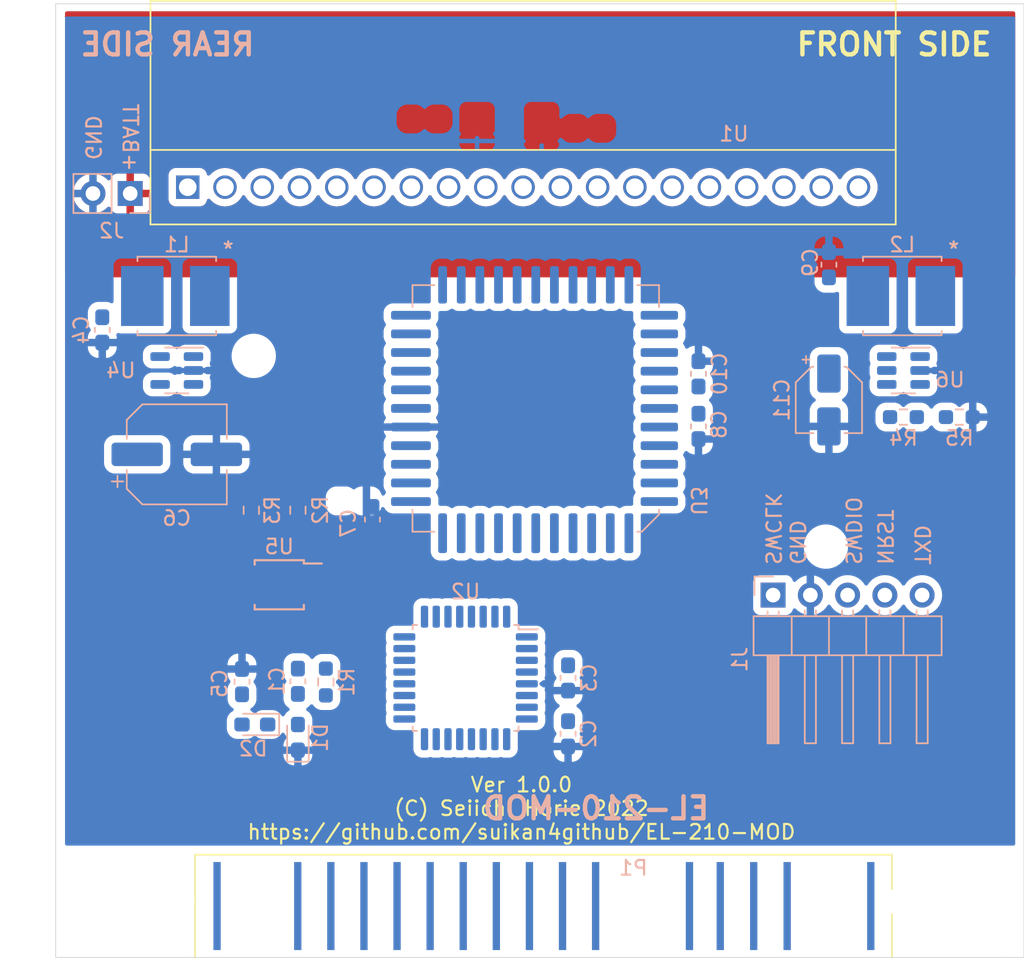
<source format=kicad_pcb>
(kicad_pcb (version 20211014) (generator pcbnew)
  (layers (0 "F.Cu" signal) (31 "B.Cu" signal) (34 "B.Paste" user) (35 "F.Paste" user) (36 "B.SilkS" user "B.Silkscreen") (37 "F.SilkS" user "F.Silkscreen") (38 "B.Mask" user) (39 "F.Mask" user) (44 "Edge.Cuts" user))
  (net 0 "")
  (net 1 "GND")
  (net 3 "/H1")
  (net 4 "/SEG_A")
  (net 5 "Net-(U1-Pad3)")
  (net 6 "Net-(U1-Pad4)")
  (net 7 "Net-(U1-Pad5)")
  (net 8 "Net-(U1-Pad6)")
  (net 9 "Net-(U1-Pad7)")
  (net 10 "Net-(U1-Pad8)")
  (net 11 "Net-(U1-Pad9)")
  (net 12 "Net-(U1-Pad10)")
  (net 13 "Net-(U1-Pad11)")
  (net 14 "Net-(U1-Pad12)")
  (net 15 "Net-(U1-Pad13)")
  (net 16 "Net-(U1-Pad14)")
  (net 17 "Net-(U1-Pad15)")
  (net 18 "Net-(U1-Pad16)")
  (net 19 "Net-(U1-Pad17)")
  (net 20 "Net-(U1-Pad18)")
  (net 21 "/H2")
  (net 22 "+24V")
  (net 39 "-2V5")
  (net 41 "/BLANK")
  (net 42 "/SPI1_SCK")
  (net 43 "/LOAD")
  (net 46 "/SPI1_MOSI")
  (net 47 "Net-(L1-Pad1)")
  (net 51 "+3V3")
  (net 52 "/NRST")
  (net 53 "/TIM1_CH1N")
  (net 54 "/TIM1_CH1")
  (net 55 "/SWDIO")
  (net 56 "/SWCLK")
  (net 57 "/LPUART2_TX")
  (net 60 "/EN24V")
  (net 62 "/KEY1")
  (net 63 "/KEY2")
  (net 64 "/KEY3")
  (net 65 "/KD8")
  (net 66 "/KD7")
  (net 67 "/KD6")
  (net 68 "/KD5")
  (net 69 "/KD4")
  (net 70 "/KD3")
  (net 71 "/KD2")
  (net 72 "/KD1")
  (net 73 "/KD0")
  (net 75 "Net-(L2-Pad1)")
  (net 76 "Net-(R4-Pad2)")
  (net 77 "+BATT")
  (net 78 "Net-(C1-Pad1)")
  (net 79 "Net-(C1-Pad2)")
  (net 80 "/TIM2_CH1")
  (net 81 "Net-(R2-Pad2)")
  (net 82 "Net-(R3-Pad1)")
  (footprint "EL-210-KEY:EL-210-KEY" (layer "F.Cu") (at 130 138)
    (fp_text reference "P1" (at 28.37 -6.096) (layer "B.SilkS") (effects (justify mirror)))
    (fp_text value "EL-210-KEY")
    (fp_line (start -1.5 0) (end -1.5 -7) (layer "F.SilkS") (width 0.12))
    (fp_line (start 46 -7) (end 46 0) (layer "F.SilkS") (width 0.12))
    (fp_line (start -1.5 -7) (end 45.5 -7) (layer "F.SilkS") (width 0.12))
    (fp_line (start 45.5 -7) (end 46 -7) (layer "F.SilkS") (width 0.12))
    (pad "1" smd rect locked (at 0 -3.5) (size 0.5 6) (layers "B.Cu" "B.Paste" "B.Mask") (net 1 "GND"))
    (pad "2" smd rect locked (at 5.5 -3.5) (size 0.5 6) (layers "B.Cu" "B.Paste" "B.Mask") (net 62 "/KEY1"))
    (pad "3" smd rect locked (at 7.756 -3.5) (size 0.5 6) (layers "B.Cu" "B.Paste" "B.Mask") (net 63 "/KEY2"))
    (pad "4" smd rect locked (at 10.012 -3.5) (size 0.5 6) (layers "B.Cu" "B.Paste" "B.Mask") (net 64 "/KEY3"))
    (pad "5" smd rect locked (at 12.268 -3.5) (size 0.5 6) (layers "B.Cu" "B.Paste" "B.Mask") (net 65 "/KD8"))
    (pad "6" smd rect locked (at 14.524 -3.5) (size 0.5 6) (layers "B.Cu" "B.Paste" "B.Mask") (net 66 "/KD7"))
    (pad "7" smd rect locked (at 16.78 -3.5) (size 0.5 6) (layers "B.Cu" "B.Paste" "B.Mask") (net 67 "/KD6"))
    (pad "8" smd rect locked (at 19.036 -3.5) (size 0.5 6) (layers "B.Cu" "B.Paste" "B.Mask") (net 68 "/KD5"))
    (pad "9" smd rect locked (at 21.292 -3.5) (size 0.5 6) (layers "B.Cu" "B.Paste" "B.Mask") (net 69 "/KD4"))
    (pad "10" smd rect locked (at 23.548 -3.5) (size 0.5 6) (layers "B.Cu" "B.Paste" "B.Mask") (net 70 "/KD3"))
    (pad "11" smd rect locked (at 25.804 -3.5) (size 0.5 6) (layers "B.Cu" "B.Paste" "B.Mask") (net 71 "/KD2"))
    (pad "12" smd rect locked (at 32.2 -3.5) (size 0.5 6) (layers "B.Cu" "B.Paste" "B.Mask"))
    (pad "13" smd rect locked (at 34.3 -3.5) (size 0.5 6) (layers "B.Cu" "B.Paste" "B.Mask") (net 72 "/KD1"))
    (pad "14" smd rect locked (at 36.58 -3.5) (size 0.5 6) (layers "B.Cu" "B.Paste" "B.Mask") (net 73 "/KD0"))
    (pad "15" smd rect locked (at 38.86 -3.5) (size 0.5 6) (layers "B.Cu" "B.Paste" "B.Mask") (net 1 "GND"))
    (pad "16" smd rect locked (at 44.56 -3.5) (size 0.5 6) (layers "B.Cu" "B.Paste" "B.Mask") (net 1 "GND"))
  )
  (footprint "9-ST-20:9-ST-20" (layer "F.Cu") (at 128 85.5)
    (fp_text reference "U1" (at 37.228 -3.634) (layer "B.SilkS") (effects (justify mirror)))
    (fp_text value "9-ST-20")
    (fp_line (start 48.26 -2.54) (end 48.26 2.54) (layer "F.SilkS") (width 0.12))
    (fp_line (start -2.54 2.54) (end -2.54 -2.54) (layer "F.SilkS") (width 0.12))
    (fp_line (start -2.54 -2.54) (end 48.26 -2.54) (layer "F.SilkS") (width 0.12))
    (fp_line (start 48.26 2.54) (end -2.54 2.54) (layer "F.SilkS") (width 0.12))
    (fp_line (start -2.54 -12.7) (end 48.26 -12.7) (layer "F.SilkS") (width 0.12))
    (fp_line (start 48.26 -12.7) (end 48.26 -2.54) (layer "F.SilkS") (width 0.12))
    (fp_line (start -2.54 -2.54) (end -2.54 -12.7) (layer "F.SilkS") (width 0.12))
    (pad "1" thru_hole rect locked (at 0 0) (size 1.6 1.6) (drill 1.2) (layers *.Cu *.Mask) (net 3 "/H1"))
    (pad "2" thru_hole circle locked (at 2.54 0) (size 1.6 1.6) (drill 1.2) (layers *.Cu *.Mask) (net 4 "/SEG_A"))
    (pad "3" thru_hole circle locked (at 5.08 0) (size 1.6 1.6) (drill 1.2) (layers *.Cu *.Mask) (net 5 "Net-(U1-Pad3)"))
    (pad "4" thru_hole circle locked (at 7.62 0) (size 1.6 1.6) (drill 1.2) (layers *.Cu *.Mask) (net 6 "Net-(U1-Pad4)"))
    (pad "5" thru_hole circle locked (at 10.16 0) (size 1.6 1.6) (drill 1.2) (layers *.Cu *.Mask) (net 7 "Net-(U1-Pad5)"))
    (pad "6" thru_hole circle locked (at 12.7 0) (size 1.6 1.6) (drill 1.2) (layers *.Cu *.Mask) (net 8 "Net-(U1-Pad6)"))
    (pad "7" thru_hole circle locked (at 15.24 0) (size 1.6 1.6) (drill 1.2) (layers *.Cu *.Mask) (net 9 "Net-(U1-Pad7)"))
    (pad "8" thru_hole circle locked (at 17.78 0) (size 1.6 1.6) (drill 1.2) (layers *.Cu *.Mask) (net 10 "Net-(U1-Pad8)"))
    (pad "9" thru_hole circle locked (at 20.32 0) (size 1.6 1.6) (drill 1.2) (layers *.Cu *.Mask) (net 11 "Net-(U1-Pad9)"))
    (pad "10" thru_hole circle locked (at 22.86 0) (size 1.6 1.6) (drill 1.2) (layers *.Cu *.Mask) (net 12 "Net-(U1-Pad10)"))
    (pad "11" thru_hole circle locked (at 25.4 0) (size 1.6 1.6) (drill 1.2) (layers *.Cu *.Mask) (net 13 "Net-(U1-Pad11)"))
    (pad "12" thru_hole circle locked (at 27.94 0) (size 1.6 1.6) (drill 1.2) (layers *.Cu *.Mask) (net 14 "Net-(U1-Pad12)"))
    (pad "13" thru_hole circle locked (at 30.48 0) (size 1.6 1.6) (drill 1.2) (layers *.Cu *.Mask) (net 15 "Net-(U1-Pad13)"))
    (pad "14" thru_hole circle locked (at 33.02 0) (size 1.6 1.6) (drill 1.2) (layers *.Cu *.Mask) (net 16 "Net-(U1-Pad14)"))
    (pad "15" thru_hole circle locked (at 35.56 0) (size 1.6 1.6) (drill 1.2) (layers *.Cu *.Mask) (net 17 "Net-(U1-Pad15)"))
    (pad "16" thru_hole circle locked (at 38.1 0) (size 1.6 1.6) (drill 1.2) (layers *.Cu *.Mask) (net 18 "Net-(U1-Pad16)"))
    (pad "17" thru_hole circle locked (at 40.64 0) (size 1.6 1.6) (drill 1.2) (layers *.Cu *.Mask) (net 19 "Net-(U1-Pad17)"))
    (pad "18" thru_hole circle locked (at 43.18 0) (size 1.6 1.6) (drill 1.2) (layers *.Cu *.Mask) (net 20 "Net-(U1-Pad18)"))
    (pad "19" thru_hole circle locked (at 45.72 0) (size 1.6 1.6) (drill 1.2) (layers *.Cu *.Mask) (net 21 "/H2"))
  )
  (footprint "hole:hole_2.8mm" (layer "F.Cu") (at 171.5 134.2)
    (fp_text reference "REF**" hide)
    (fp_text value "hole_2.8mm")
    (pad "" np_thru_hole circle locked (at 0 0) (size 2.8 2.8) (drill 2.8) (layers *.Cu *.Mask))
  )
  (footprint "hole:hole_2.8mm" (layer "F.Cu") (at 158.5 134.2)
    (fp_text reference "REF**" hide)
    (fp_text value "hole_2.8mm")
    (pad "" np_thru_hole circle locked (at 0 0) (size 2.8 2.8) (drill 2.8) (layers *.Cu *.Mask))
  )
  (footprint "hole:hole_2.0mm" (layer "F.Cu") (at 171.5 110)
    (fp_text reference "REF**" hide)
    (fp_text value "hole_2.0mm")
    (pad "" np_thru_hole circle locked (at 0 0) (size 2 2) (drill 2) (layers *.Cu *.Mask))
  )
  (footprint "hole:hole_2.0mm" (layer "F.Cu") (at 132.5 97)
    (fp_text reference "REF**" hide)
    (fp_text value "hole_2.0mm")
    (pad "" np_thru_hole circle locked (at 0 0) (size 2 2) (drill 2) (layers *.Cu *.Mask))
  )
  (footprint "hole:hole_1.8mm" (layer "F.Cu") (at 127.5 134.2)
    (fp_text reference "REF**" hide)
    (fp_text value "hole_1.9mm")
    (pad "" np_thru_hole circle locked (at 0 0) (size 1.9 1.9) (drill 1.9) (layers *.Cu *.Mask))
  )
  (footprint "hole:hole_1.8mm" (layer "F.Cu") (at 176.5 134.2)
    (fp_text reference "REF**" hide)
    (fp_text value "hole_1.9mm")
    (pad "" np_thru_hole circle locked (at 0 0) (size 1.9 1.9) (drill 1.9) (layers *.Cu *.Mask))
  )
  (footprint "hole:hole_2.8mm" (layer "F.Cu") (at 132.5 134.2)
    (fp_text reference "REF**" hide)
    (fp_text value "hole_2.8mm")
    (pad "" np_thru_hole circle locked (at 0 0) (size 2.8 2.8) (drill 2.8) (layers *.Cu *.Mask))
  )
  (footprint "Package_TO_SOT_SMD:SOT-23-6" (layer "B.Cu") (at 176.785 97.995 180)
    (fp_text reference "U6" (at -3.175 -0.635) (layer "B.SilkS") (effects (justify mirror)))
    (fp_text value "TLV61046ADB" hide)
    (fp_line (start 0 -1.56) (end 0.8 -1.56) (layer "B.SilkS") (width 0.12))
    (fp_line (start 0 1.56) (end -1.8 1.56) (layer "B.SilkS") (width 0.12))
    (fp_line (start 0 1.56) (end 0.8 1.56) (layer "B.SilkS") (width 0.12))
    (fp_line (start 0 -1.56) (end -0.8 -1.56) (layer "B.SilkS") (width 0.12))
    (pad "1" smd roundrect (at -1.1375 0.95 180) (size 1.325 0.6) (layers "B.Cu" "B.Paste" "B.Mask") (net 75 "Net-(L2-Pad1)"))
    (pad "2" smd roundrect (at -1.1375 0 180) (size 1.325 0.6) (layers "B.Cu" "B.Paste" "B.Mask") (net 1 "GND"))
    (pad "3" smd roundrect (at -1.1375 -0.95 180) (size 1.325 0.6) (layers "B.Cu" "B.Paste" "B.Mask") (net 76 "Net-(R4-Pad2)"))
    (pad "4" smd roundrect (at 1.1375 -0.95 180) (size 1.325 0.6) (layers "B.Cu" "B.Paste" "B.Mask") (net 60 "/EN24V"))
    (pad "5" smd roundrect (at 1.1375 0 180) (size 1.325 0.6) (layers "B.Cu" "B.Paste" "B.Mask") (net 22 "+24V"))
    (pad "6" smd roundrect (at 1.1375 0.95 180) (size 1.325 0.6) (layers "B.Cu" "B.Paste" "B.Mask") (net 77 "+BATT"))
  )
  (footprint "Connector_PinHeader_2.54mm:PinHeader_1x02_P2.54mm_Vertical" (layer "B.Cu") (at 124.08 85.93 90)
    (fp_text reference "J2" (at -2.54 -1.27) (layer "B.SilkS") (effects (justify mirror)))
    (fp_text value "Conn_01x02" hide)
    (fp_line (start -1.33 -3.87) (end 1.33 -3.87) (layer "B.SilkS") (width 0.12))
    (fp_line (start -1.33 0) (end -1.33 1.33) (layer "B.SilkS") (width 0.12))
    (fp_line (start -1.33 1.33) (end 0 1.33) (layer "B.SilkS") (width 0.12))
    (fp_line (start -1.33 -1.27) (end -1.33 -3.87) (layer "B.SilkS") (width 0.12))
    (fp_line (start 1.33 -1.27) (end 1.33 -3.87) (layer "B.SilkS") (width 0.12))
    (fp_line (start -1.33 -1.27) (end 1.33 -1.27) (layer "B.SilkS") (width 0.12))
    (pad "1" thru_hole rect (at 0 0 90) (size 1.7 1.7) (drill 1) (layers *.Cu *.Mask) (net 77 "+BATT"))
    (pad "2" thru_hole oval (at 0 -2.54 90) (size 1.7 1.7) (drill 1) (layers *.Cu *.Mask) (net 1 "GND"))
  )
  (footprint "project_lib:LQH5BPN100M38L" (layer "B.Cu") (at 127.255 92.915 180)
    (fp_text reference "L1" (at 0 3.5) (layer "B.SilkS") (effects (justify mirror)))
    (fp_text value "LQH5BPN4R7N38L" hide)
    (fp_text user "*" (at -3.5 3.175) (layer "B.SilkS") (effects (justify mirror)))
    (fp_line (start -2.6797 -2.6797) (end 2.6797 -2.6797) (layer "B.SilkS") (width 0.12))
    (fp_line (start 2.6797 2.37744) (end 2.6797 2.6797) (layer "B.SilkS") (width 0.12))
    (fp_line (start -2.6797 2.6797) (end -2.6797 2.37744) (layer "B.SilkS") (width 0.12))
    (fp_line (start 2.6797 -2.6797) (end 2.6797 -2.37744) (layer "B.SilkS") (width 0.12))
    (fp_line (start 2.6797 2.6797) (end -2.6797 2.6797) (layer "B.SilkS") (width 0.12))
    (fp_line (start -2.6797 -2.37744) (end -2.6797 -2.6797) (layer "B.SilkS") (width 0.12))
    (pad "1" smd rect (at -2.25085 0 180) (size 2.6983 4.0894) (layers "B.Cu" "B.Paste" "B.Mask") (net 47 "Net-(L1-Pad1)"))
    (pad "2" smd rect (at 2.35085 0 180) (size 2.8983 4.0894) (layers "B.Cu" "B.Paste" "B.Mask") (net 77 "+BATT"))
  )
  (footprint "project_lib:LQH5BPN100M38L" (layer "B.Cu") (at 176.7088 92.915 180)
    (fp_text reference "L2" (at 0 3.5) (layer "B.SilkS") (effects (justify mirror)))
    (fp_text value "LQH5BPN100M38L" hide)
    (fp_text user "*" (at -3.5 3.175) (layer "B.SilkS") (effects (justify mirror)))
    (fp_line (start 2.6797 -2.6797) (end 2.6797 -2.37744) (layer "B.SilkS") (width 0.12))
    (fp_line (start -2.6797 2.6797) (end -2.6797 2.37744) (layer "B.SilkS") (width 0.12))
    (fp_line (start 2.6797 2.6797) (end -2.6797 2.6797) (layer "B.SilkS") (width 0.12))
    (fp_line (start -2.6797 -2.6797) (end 2.6797 -2.6797) (layer "B.SilkS") (width 0.12))
    (fp_line (start 2.6797 2.37744) (end 2.6797 2.6797) (layer "B.SilkS") (width 0.12))
    (fp_line (start -2.6797 -2.37744) (end -2.6797 -2.6797) (layer "B.SilkS") (width 0.12))
    (pad "1" smd rect (at -2.25085 0 180) (size 2.6983 4.0894) (layers "B.Cu" "B.Paste" "B.Mask") (net 75 "Net-(L2-Pad1)"))
    (pad "2" smd rect (at 2.35085 0 180) (size 2.8983 4.0894) (layers "B.Cu" "B.Paste" "B.Mask") (net 77 "+BATT"))
  )
  (footprint "Capacitor_SMD:C_0603_1608Metric_Pad1.08x0.95mm_HandSolder" (layer "B.Cu") (at 153.925 118.95 90)
    (fp_text reference "C3" (at 0 1.43 90) (layer "B.SilkS") (effects (justify mirror)))
    (fp_text value "0.1u" hide)
    (fp_line (start -0.146267 0.51) (end 0.146267 0.51) (layer "B.SilkS") (width 0.12))
    (fp_line (start -0.146267 -0.51) (end 0.146267 -0.51) (layer "B.SilkS") (width 0.12))
    (pad "1" smd roundrect (at -0.8625 0 90) (size 1.075 0.95) (layers "B.Cu" "B.Paste" "B.Mask") (net 1 "GND"))
    (pad "2" smd roundrect (at 0.8625 0 90) (size 1.075 0.95) (layers "B.Cu" "B.Paste" "B.Mask") (net 51 "+3V3"))
  )
  (footprint "Capacitor_SMD:C_0603_1608Metric_Pad1.08x0.95mm_HandSolder" (layer "B.Cu") (at 131.7 119.204 90)
    (fp_text reference "C5" (at -0.127 -1.524 90) (layer "B.SilkS") (effects (justify mirror)))
    (fp_text value "1u" hide)
    (fp_line (start -0.146267 -0.51) (end 0.146267 -0.51) (layer "B.SilkS") (width 0.12))
    (fp_line (start -0.146267 0.51) (end 0.146267 0.51) (layer "B.SilkS") (width 0.12))
    (pad "1" smd roundrect (at -0.8625 0 90) (size 1.075 0.95) (layers "B.Cu" "B.Paste" "B.Mask") (net 39 "-2V5"))
    (pad "2" smd roundrect (at 0.8625 0 90) (size 1.075 0.95) (layers "B.Cu" "B.Paste" "B.Mask") (net 1 "GND"))
  )
  (footprint "Diode_SMD:D_0603_1608Metric_Pad1.05x0.95mm_HandSolder" (layer "B.Cu") (at 135.51 123 90)
    (fp_text reference "D1" (at -0.014 1.524 90) (layer "B.SilkS") (effects (justify mirror)))
    (fp_text value "D_Schottky" hide)
    (fp_line (start -1.66 0.735) (end -1.66 -0.735) (layer "B.SilkS") (width 0.12))
    (fp_line (start 0.8 0.735) (end -1.66 0.735) (layer "B.SilkS") (width 0.12))
    (fp_line (start -1.66 -0.735) (end 0.8 -0.735) (layer "B.SilkS") (width 0.12))
    (pad "1" smd roundrect (at -0.875 0 90) (size 1.05 0.95) (layers "B.Cu" "B.Paste" "B.Mask") (net 1 "GND"))
    (pad "2" smd roundrect (at 0.875 0 90) (size 1.05 0.95) (layers "B.Cu" "B.Paste" "B.Mask") (net 79 "Net-(C1-Pad2)"))
  )
  (footprint "Capacitor_SMD:C_0603_1608Metric_Pad1.08x0.95mm_HandSolder" (layer "B.Cu") (at 162.815 101.805 -90)
    (fp_text reference "C8" (at -0.127 -1.397 90) (layer "B.SilkS") (effects (justify mirror)))
    (fp_text value "0.1u" hide)
    (fp_line (start -0.146267 0.51) (end 0.146267 0.51) (layer "B.SilkS") (width 0.12))
    (fp_line (start -0.146267 -0.51) (end 0.146267 -0.51) (layer "B.SilkS") (width 0.12))
    (pad "1" smd roundrect (at -0.8625 0 270) (size 1.075 0.95) (layers "B.Cu" "B.Paste" "B.Mask") (net 22 "+24V"))
    (pad "2" smd roundrect (at 0.8625 0 270) (size 1.075 0.95) (layers "B.Cu" "B.Paste" "B.Mask") (net 1 "GND"))
  )
  (footprint "Diode_SMD:D_0603_1608Metric_Pad1.05x0.95mm_HandSolder" (layer "B.Cu") (at 132.575 122.125 180)
    (fp_text reference "D2" (at 0.113 -1.651) (layer "B.SilkS") (effects (justify mirror)))
    (fp_text value "D_Schottky" hide)
    (fp_line (start -1.66 0.735) (end -1.66 -0.735) (layer "B.SilkS") (width 0.12))
    (fp_line (start -1.66 -0.735) (end 0.8 -0.735) (layer "B.SilkS") (width 0.12))
    (fp_line (start 0.8 0.735) (end -1.66 0.735) (layer "B.SilkS") (width 0.12))
    (pad "1" smd roundrect (at -0.875 0 180) (size 1.05 0.95) (layers "B.Cu" "B.Paste" "B.Mask") (net 79 "Net-(C1-Pad2)"))
    (pad "2" smd roundrect (at 0.875 0 180) (size 1.05 0.95) (layers "B.Cu" "B.Paste" "B.Mask") (net 39 "-2V5"))
  )
  (footprint "Connector_PinHeader_2.54mm:PinHeader_1x05_P2.54mm_Horizontal" (layer "B.Cu") (at 167.9 113.305 -90)
    (fp_text reference "J1" (at 4.385 2.27 90) (layer "B.SilkS") (effects (justify mirror)))
    (fp_text value "Conn_01x05" hide)
    (fp_line (start 10.1 -0.38) (end 4.1 -0.38) (layer "B.SilkS") (width 0.12))
    (fp_line (start 1.44 -11.49) (end 4.1 -11.49) (layer "B.SilkS") (width 0.12))
    (fp_line (start 4.1 -0.04) (end 10.1 -0.04) (layer "B.SilkS") (width 0.12))
    (fp_line (start 10.1 -7.24) (end 10.1 -8) (layer "B.SilkS") (width 0.12))
    (fp_line (start 1.042929 -8) (end 1.44 -8) (layer "B.SilkS") (width 0.12))
    (fp_line (start 10.1 -8) (end 4.1 -8) (layer "B.SilkS") (width 0.12))
    (fp_line (start 1.042929 -2.92) (end 1.44 -2.92) (layer "B.SilkS") (width 0.12))
    (fp_line (start 1.44 -6.35) (end 4.1 -6.35) (layer "B.SilkS") (width 0.12))
    (fp_line (start 4.1 0.08) (end 10.1 0.08) (layer "B.SilkS") (width 0.12))
    (fp_line (start 4.1 -9.78) (end 10.1 -9.78) (layer "B.SilkS") (width 0.12))
    (fp_line (start 1.042929 -7.24) (end 1.44 -7.24) (layer "B.SilkS") (width 0.12))
    (fp_line (start 1.042929 -10.54) (end 1.44 -10.54) (layer "B.SilkS") (width 0.12))
    (fp_line (start 4.1 -4.7) (end 10.1 -4.7) (layer "B.SilkS") (width 0.12))
    (fp_line (start 4.1 0.38) (end 10.1 0.38) (layer "B.SilkS") (width 0.12))
    (fp_line (start -1.27 1.27) (end 0 1.27) (layer "B.SilkS") (width 0.12))
    (fp_line (start 4.1 -2.16) (end 10.1 -2.16) (layer "B.SilkS") (width 0.12))
    (fp_line (start -1.27 0) (end -1.27 1.27) (layer "B.SilkS") (width 0.12))
    (fp_line (start 10.1 -2.92) (end 4.1 -2.92) (layer "B.SilkS") (width 0.12))
    (fp_line (start 1.44 1.33) (end 1.44 -11.49) (layer "B.SilkS") (width 0.12))
    (fp_line (start 1.042929 -2.16) (end 1.44 -2.16) (layer "B.SilkS") (width 0.12))
    (fp_line (start 4.1 -0.16) (end 10.1 -0.16) (layer "B.SilkS") (width 0.12))
    (fp_line (start 4.1 0.32) (end 10.1 0.32) (layer "B.SilkS") (width 0.12))
    (fp_line (start 1.042929 -4.7) (end 1.44 -4.7) (layer "B.SilkS") (width 0.12))
    (fp_line (start 10.1 -4.7) (end 10.1 -5.46) (layer "B.SilkS") (width 0.12))
    (fp_line (start 1.042929 -5.46) (end 1.44 -5.46) (layer "B.SilkS") (width 0.12))
    (fp_line (start 4.1 0.2) (end 10.1 0.2) (layer "B.SilkS") (width 0.12))
    (fp_line (start 4.1 1.33) (end 1.44 1.33) (layer "B.SilkS") (width 0.12))
    (fp_line (start 4.1 -7.24) (end 10.1 -7.24) (layer "B.SilkS") (width 0.12))
    (fp_line (start 10.1 -5.46) (end 4.1 -5.46) (layer "B.SilkS") (width 0.12))
    (fp_line (start 10.1 -10.54) (end 4.1 -10.54) (layer "B.SilkS") (width 0.12))
    (fp_line (start 1.44 -3.81) (end 4.1 -3.81) (layer "B.SilkS") (width 0.12))
    (fp_line (start 1.44 -8.89) (end 4.1 -8.89) (layer "B.SilkS") (width 0.12))
    (fp_line (start 10.1 -9.78) (end 10.1 -10.54) (layer "B.SilkS") (width 0.12))
    (fp_line (start 1.11 -0.38) (end 1.44 -0.38) (layer "B.SilkS") (width 0.12))
    (fp_line (start 1.44 -1.27) (end 4.1 -1.27) (layer "B.SilkS") (width 0.12))
    (fp_line (start 10.1 0.38) (end 10.1 -0.38) (layer "B.SilkS") (width 0.12))
    (fp_line (start 1.11 0.38) (end 1.44 0.38) (layer "B.SilkS") (width 0.12))
    (fp_line (start 4.1 -11.49) (end 4.1 1.33) (layer "B.SilkS") (width 0.12))
    (fp_line (start 1.042929 -9.78) (end 1.44 -9.78) (layer "B.SilkS") (width 0.12))
    (fp_line (start 4.1 -0.28) (end 10.1 -0.28) (layer "B.SilkS") (width 0.12))
    (fp_line (start 10.1 -2.16) (end 10.1 -2.92) (layer "B.SilkS") (width 0.12))
    (pad "1" thru_hole rect (at 0 0 270) (size 1.7 1.7) (drill 1) (layers *.Cu *.Mask) (net 56 "/SWCLK"))
    (pad "2" thru_hole oval (at 0 -2.54 270) (size 1.7 1.7) (drill 1) (layers *.Cu *.Mask) (net 1 "GND"))
    (pad "3" thru_hole oval (at 0 -5.08 270) (size 1.7 1.7) (drill 1) (layers *.Cu *.Mask) (net 55 "/SWDIO"))
    (pad "4" thru_hole oval (at 0 -7.62 270) (size 1.7 1.7) (drill 1) (layers *.Cu *.Mask) (net 52 "/NRST"))
    (pad "5" thru_hole oval (at 0 -10.16 270) (size 1.7 1.7) (drill 1) (layers *.Cu *.Mask) (net 57 "/LPUART2_TX"))
  )
  (footprint "plcc44_hs:PLCC44_handsoldering" (layer "B.Cu") (at 152.02 100.535 90)
    (fp_text reference "U3" (at -6.35 10.795 270 unlocked) (layer "B.SilkS") (effects (justify mirror)))
    (fp_text value "MAX6934AQH+D" hide)
    (fp_line (start -6.954 8.1071) (end -7.271882 8.1071) (layer "B.SilkS") (width 0.12))
    (fp_line (start 6.866 -8.6991) (end 8.3591 -8.6991) (layer "B.SilkS") (width 0.12))
    (fp_line (start -8.4471 6.931882) (end -8.4471 6.614) (layer "B.SilkS") (width 0.12))
    (fp_line (start 8.3591 -8.6991) (end 8.3591 -7.206) (layer "B.SilkS") (width 0.12))
    (fp_line (start -7.271882 8.1071) (end -8.4471 6.931882) (layer "B.SilkS") (width 0.12))
    (fp_line (start -8.4471 -8.6991) (end -8.4471 -7.206) (layer "B.SilkS") (width 0.12))
    (fp_line (start -6.954 -8.6991) (end -8.4471 -8.6991) (layer "B.SilkS") (width 0.12))
    (fp_line (start 6.866 8.1071) (end 8.3591 8.1071) (layer "B.SilkS") (width 0.12))
    (fp_line (start 8.3591 8.1071) (end 8.3591 6.614) (layer "B.SilkS") (width 0.12))
    (pad "1" smd roundrect (at -0.045 8.126 90) (size 0.598 2.544) (layers "B.Cu" "B.Paste" "B.Mask") (net 22 "+24V"))
    (pad "2" smd roundrect (at -1.315 8.126 90) (size 0.598 2.544) (layers "B.Cu" "B.Paste" "B.Mask"))
    (pad "3" smd roundrect (at -2.584 8.126 90) (size 0.6 2.544) (layers "B.Cu" "B.Paste" "B.Mask"))
    (pad "4" smd roundrect (at -3.855 8.126 90) (size 0.598 2.544) (layers "B.Cu" "B.Paste" "B.Mask"))
    (pad "5" smd roundrect (at -5.125 8.126 90) (size 0.598 2.544) (layers "B.Cu" "B.Paste" "B.Mask"))
    (pad "6" smd roundrect (at -6.394 8.126 90) (size 0.6 2.544) (layers "B.Cu" "B.Paste" "B.Mask"))
    (pad "7" smd roundrect (at -8.55 6.052 90) (size 2.712 0.596) (layers "B.Cu" "B.Paste" "B.Mask"))
    (pad "8" smd roundrect (at -8.55 4.782 90) (size 2.712 0.596) (layers "B.Cu" "B.Paste" "B.Mask"))
    (pad "9" smd roundrect (at -8.55 3.514 90) (size 2.712 0.6) (layers "B.Cu" "B.Paste" "B.Mask"))
    (pad "10" smd roundrect (at -8.55 2.244 90) (size 2.712 0.6) (layers "B.Cu" "B.Paste" "B.Mask"))
    (pad "11" smd roundrect (at -8.55 0.972 90) (size 2.712 0.596) (layers "B.Cu" "B.Paste" "B.Mask"))
    (pad "12" smd roundrect (at -8.55 -0.298 90) (size 2.712 0.596) (layers "B.Cu" "B.Paste" "B.Mask"))
    (pad "13" smd roundrect (at -8.55 -1.566 90) (size 2.712 0.6) (layers "B.Cu" "B.Paste" "B.Mask"))
    (pad "14" smd roundrect (at -8.55 -2.836 90) (size 2.712 0.6) (layers "B.Cu" "B.Paste" "B.Mask"))
    (pad "15" smd roundrect (at -8.55 -4.106 90) (size 2.712 0.6) (layers "B.Cu" "B.Paste" "B.Mask"))
    (pad "16" smd roundrect (at -8.55 -5.378 90) (size 2.712 0.596) (layers "B.Cu" "B.Paste" "B.Mask"))
    (pad "17" smd roundrect (at -8.55 -6.646 90) (size 2.712 0.6) (layers "B.Cu" "B.Paste" "B.Mask"))
    (pad "18" smd roundrect (at -6.394 -8.803 90) (size 0.6 2.714) (layers "B.Cu" "B.Paste" "B.Mask") (net 39 "-2V5"))
    (pad "19" smd roundrect (at -5.124 -8.803 90) (size 0.6 2.714) (layers "B.Cu" "B.Paste" "B.Mask"))
    (pad "20" smd roundrect (at -3.854 -8.803 90) (size 0.6 2.714) (layers "B.Cu" "B.Paste" "B.Mask") (net 4 "/SEG_A"))
    (pad "21" smd roundrect (at -2.584 -8.803 90) (size 0.6 2.714) (layers "B.Cu" "B.Paste" "B.Mask") (net 41 "/BLANK"))
    (pad "22" smd roundrect (at -1.314 -8.803 90) (size 0.6 2.714) (layers "B.Cu" "B.Paste" "B.Mask") (net 1 "GND"))
    (pad "23" smd roundrect (at -0.044 -8.803 90) (size 0.6 2.714) (layers "B.Cu" "B.Paste" "B.Mask") (net 42 "/SPI1_SCK"))
    (pad "24" smd roundrect (at 1.226 -8.803 90) (size 0.6 2.714) (layers "B.Cu" "B.Paste" "B.Mask") (net 43 "/LOAD"))
    (pad "25" smd roundrect (at 2.496 -8.803 90) (size 0.6 2.714) (layers "B.Cu" "B.Paste" "B.Mask") (net 5 "Net-(U1-Pad3)"))
    (pad "26" smd roundrect (at 3.766 -8.803 90) (size 0.6 2.714) (layers "B.Cu" "B.Paste" "B.Mask") (net 6 "Net-(U1-Pad4)"))
    (pad "27" smd roundrect (at 5.036 -8.803 90) (size 0.6 2.714) (layers "B.Cu" "B.Paste" "B.Mask") (net 7 "Net-(U1-Pad5)"))
    (pad "28" smd roundrect (at 6.306 -8.803 90) (size 0.6 2.714) (layers "B.Cu" "B.Paste" "B.Mask"))
    (pad "29" smd roundrect (at 8.379 -6.646 90) (size 2.546 0.6) (layers "B.Cu" "B.Paste" "B.Mask"))
    (pad "30" smd roundrect (at 8.379 -5.376 90) (size 2.546 0.6) (layers "B.Cu" "B.Paste" "B.Mask") (net 8 "Net-(U1-Pad6)"))
    (pad "31" smd roundrect (at 8.379 -4.106 90) (size 2.546 0.6) (layers "B.Cu" "B.Paste" "B.Mask") (net 9 "Net-(U1-Pad7)"))
    (pad "32" smd roundrect (at 8.379 -2.836 90) (size 2.546 0.6) (layers "B.Cu" "B.Paste" "B.Mask") (net 10 "Net-(U1-Pad8)"))
    (pad "33" smd roundrect (at 8.379 -1.566 90) (size 2.546 0.6) (layers "B.Cu" "B.Paste" "B.Mask") (net 11 "Net-(U1-Pad9)"))
    (pad "34" smd roundrect (at 8.379 -0.296 90) (size 2.546 0.6) (layers "B.Cu" "B.Paste" "B.Mask") (net 12 "Net-(U1-Pad10)"))
    (pad "35" smd roundrect (at 8.379 0.974 90) (size 2.546 0.6) (layers "B.Cu" "B.Paste" "B.Mask") (net 13 "Net-(U1-Pad11)"))
    (pad "36" smd roundrect (at 8.379 2.244 90) (size 2.546 0.6) (layers "B.Cu" "B.Paste" "B.Mask") (net 14 "Net-(U1-Pad12)"))
    (pad "37" smd roundrect (at 8.379 3.514 90) (size 2.546 0.6) (layers "B.Cu" "B.Paste" "B.Mask") (net 15 "Net-(U1-Pad13)"))
    (pad "38" smd roundrect (at 8.379 4.784 90) (size 2.546 0.6) (layers "B.Cu" "B.Paste" "B.Mask") (net 16 "Net-(U1-Pad14)"))
    (pad "39" smd roundrect (at 8.379 6.052 90) (size 2.546 0.596) (layers "B.Cu" "B.Paste" "B.Mask") (net 17 "Net-(U1-Pad15)"))
    (pad "40" smd roundrect (at 6.305 8.126 90) (size 0.598 2.544) (layers "B.Cu" "B.Paste" "B.Mask") (net 18 "Net-(U1-Pad16)"))
    (pad "41" smd roundrect (at 5.035 8.126 90) (size 0.598 2.544) (layers "B.Cu" "B.Paste" "B.Mask") (net 19 "Net-(U1-Pad17)"))
    (pad "42" smd roundrect (at 3.765 8.126 90) (size 0.598 2.544) (layers "B.Cu" "B.Paste" "B.Mask") (net 20 "Net-(U1-Pad18)"))
    (pad "43" smd roundrect (at 2.496 8.126 90) (size 0.6 2.544) (layers "B.Cu" "B.Paste" "B.Mask") (net 46 "/SPI1_MOSI"))
    (pad "44" smd roundrect (at 1.225 8.126 90) (size 0.598 2.544) (layers "B.Cu" "B.Paste" "B.Mask") (net 51 "+3V3"))
  )
  (footprint "Resistor_SMD:R_0603_1608Metric_Pad0.98x0.95mm_HandSolder" (layer "B.Cu") (at 176.785 101.17)
    (fp_text reference "R4" (at 0 1.43) (layer "B.SilkS") (effects (justify mirror)))
    (fp_text value "61.9k" hide)
    (fp_line (start -0.254724 0.5225) (end 0.254724 0.5225) (layer "B.SilkS") (width 0.12))
    (fp_line (start -0.254724 -0.5225) (end 0.254724 -0.5225) (layer "B.SilkS") (width 0.12))
    (pad "1" smd roundrect (at -0.9125 0) (size 0.975 0.95) (layers "B.Cu" "B.Paste" "B.Mask") (net 22 "+24V"))
    (pad "2" smd roundrect (at 0.9125 0) (size 0.975 0.95) (layers "B.Cu" "B.Paste" "B.Mask") (net 76 "Net-(R4-Pad2)"))
  )
  (footprint "Package_SO:MSOP-10_3x3mm_P0.5mm" (layer "B.Cu") (at 134.24 112.6 180)
    (fp_text reference "U5" (at 0 2.6) (layer "B.SilkS") (effects (justify mirror)))
    (fp_text value "MAX4719EUB+" hide)
    (fp_line (start -1.675 1.675) (end -1.675 1.45) (layer "B.SilkS") (width 0.15))
    (fp_line (start 1.675 1.675) (end 1.675 1.375) (layer "B.SilkS") (width 0.15))
    (fp_line (start -1.675 -1.675) (end -1.675 -1.375) (layer "B.SilkS") (width 0.15))
    (fp_line (start -1.675 -1.675) (end 1.675 -1.675) (layer "B.SilkS") (width 0.15))
    (fp_line (start 1.675 -1.675) (end 1.675 -1.375) (layer "B.SilkS") (width 0.15))
    (fp_line (start -1.675 1.45) (end -2.9 1.45) (layer "B.SilkS") (width 0.15))
    (fp_line (start -1.675 1.675) (end 1.675 1.675) (layer "B.SilkS") (width 0.15))
    (pad "1" smd rect (at -2.2 1 180) (size 1.4 0.3) (layers "B.Cu" "B.Paste" "B.Mask") (net 51 "+3V3"))
    (pad "2" smd rect (at -2.2 0.5 180) (size 1.4 0.3) (layers "B.Cu" "B.Paste" "B.Mask") (net 51 "+3V3"))
    (pad "3" smd rect (at -2.2 0 180) (size 1.4 0.3) (layers "B.Cu" "B.Paste" "B.Mask") (net 81 "Net-(R2-Pad2)"))
    (pad "4" smd rect (at -2.2 -0.5 180) (size 1.4 0.3) (layers "B.Cu" "B.Paste" "B.Mask") (net 53 "/TIM1_CH1N"))
    (pad "5" smd rect (at -2.2 -1 180) (size 1.4 0.3) (layers "B.Cu" "B.Paste" "B.Mask") (net 1 "GND"))
    (pad "6" smd rect (at 2.2 -1 180) (size 1.4 0.3) (layers "B.Cu" "B.Paste" "B.Mask") (net 1 "GND"))
    (pad "7" smd rect (at 2.2 -0.5 180) (size 1.4 0.3) (layers "B.Cu" "B.Paste" "B.Mask") (net 1 "GND"))
    (pad "8" smd rect (at 2.2 0 180) (size 1.4 0.3) (layers "B.Cu" "B.Paste" "B.Mask") (net 54 "/TIM1_CH1"))
    (pad "9" smd rect (at 2.2 0.5 180) (size 1.4 0.3) (layers "B.Cu" "B.Paste" "B.Mask") (net 82 "Net-(R3-Pad1)"))
    (pad "10" smd rect (at 2.2 1 180) (size 1.4 0.3) (layers "B.Cu" "B.Paste" "B.Mask") (net 51 "+3V3"))
  )
  (footprint "Package_TO_SOT_SMD:SOT-23-5" (layer "B.Cu") (at 127.255 97.995 180)
    (fp_text reference "U4" (at 3.81 0) (layer "B.SilkS") (effects (justify mirror)))
    (fp_text value "TPS613221ADBV" hide)
    (fp_line (start 0 -1.56) (end 0.8 -1.56) (layer "B.SilkS") (width 0.12))
    (fp_line (start 0 1.56) (end 0.8 1.56) (layer "B.SilkS") (width 0.12))
    (fp_line (start 0 1.56) (end -1.8 1.56) (layer "B.SilkS") (width 0.12))
    (fp_line (start 0 -1.56) (end -0.8 -1.56) (layer "B.SilkS") (width 0.12))
    (pad "1" smd roundrect (at -1.1375 0.95 180) (size 1.325 0.6) (layers "B.Cu" "B.Paste" "B.Mask") (net 47 "Net-(L1-Pad1)"))
    (pad "2" smd roundrect (at -1.1375 0 180) (size 1.325 0.6) (layers "B.Cu" "B.Paste" "B.Mask") (net 1 "GND"))
    (pad "3" smd roundrect (at -1.1375 -0.95 180) (size 1.325 0.6) (layers "B.Cu" "B.Paste" "B.Mask"))
    (pad "4" smd roundrect (at 1.1375 -0.95 180) (size 1.325 0.6) (layers "B.Cu" "B.Paste" "B.Mask") (net 51 "+3V3"))
    (pad "5" smd roundrect (at 1.1375 0.95 180) (size 1.325 0.6) (layers "B.Cu" "B.Paste" "B.Mask"))
  )
  (footprint "Capacitor_SMD:C_0603_1608Metric_Pad1.08x0.95mm_HandSolder" (layer "B.Cu") (at 135.51 119.1775 -90)
    (fp_text reference "C1" (at 0 1.43 90) (layer "B.SilkS") (effects (justify mirror)))
    (fp_text value "1u" hide)
    (fp_line (start -0.146267 0.51) (end 0.146267 0.51) (layer "B.SilkS") (width 0.12))
    (fp_line (start -0.146267 -0.51) (end 0.146267 -0.51) (layer "B.SilkS") (width 0.12))
    (pad "1" smd roundrect (at -0.8625 0 270) (size 1.075 0.95) (layers "B.Cu" "B.Paste" "B.Mask") (net 78 "Net-(C1-Pad1)"))
    (pad "2" smd roundrect (at 0.8625 0 270) (size 1.075 0.95) (layers "B.Cu" "B.Paste" "B.Mask") (net 79 "Net-(C1-Pad2)"))
  )
  (footprint "Resistor_SMD:R_0603_1608Metric_Pad0.98x0.95mm_HandSolder" (layer "B.Cu") (at 137.415 119.2275 90)
    (fp_text reference "R1" (at 0 1.43 90) (layer "B.SilkS") (effects (justify mirror)))
    (fp_text value "330" hide)
    (fp_line (start -0.254724 -0.5225) (end 0.254724 -0.5225) (layer "B.SilkS") (width 0.12))
    (fp_line (start -0.254724 0.5225) (end 0.254724 0.5225) (layer "B.SilkS") (width 0.12))
    (pad "1" smd roundrect (at -0.9125 0 90) (size 0.975 0.95) (layers "B.Cu" "B.Paste" "B.Mask") (net 80 "/TIM2_CH1"))
    (pad "2" smd roundrect (at 0.9125 0 90) (size 0.975 0.95) (layers "B.Cu" "B.Paste" "B.Mask") (net 78 "Net-(C1-Pad1)"))
  )
  (footprint "Resistor_SMD:R_0603_1608Metric_Pad0.98x0.95mm_HandSolder" (layer "B.Cu") (at 135.51 107.52 -90)
    (fp_text reference "R2" (at 0 -1.524 90) (layer "B.SilkS") (effects (justify mirror)))
    (fp_text value "18" hide)
    (fp_line (start -0.254724 0.5225) (end 0.254724 0.5225) (layer "B.SilkS") (width 0.12))
    (fp_line (start -0.254724 -0.5225) (end 0.254724 -0.5225) (layer "B.SilkS") (width 0.12))
    (pad "1" smd roundrect (at -0.9125 0 270) (size 0.975 0.95) (layers "B.Cu" "B.Paste" "B.Mask") (net 21 "/H2"))
    (pad "2" smd roundrect (at 0.9125 0 270) (size 0.975 0.95) (layers "B.Cu" "B.Paste" "B.Mask") (net 81 "Net-(R2-Pad2)"))
  )
  (footprint "Capacitor_SMD:C_0603_1608Metric_Pad1.08x0.95mm_HandSolder" (layer "B.Cu") (at 140.59 108.155 -90)
    (fp_text reference "C7" (at 0.254 1.651 90) (layer "B.SilkS") (effects (justify mirror)))
    (fp_text value "0.1u" hide)
    (fp_line (start -0.146267 0.51) (end 0.146267 0.51) (layer "B.SilkS") (width 0.12))
    (fp_line (start -0.146267 -0.51) (end 0.146267 -0.51) (layer "B.SilkS") (width 0.12))
    (pad "1" smd roundrect (at -0.8625 0 270) (size 1.075 0.95) (layers "B.Cu" "B.Paste" "B.Mask") (net 39 "-2V5"))
    (pad "2" smd roundrect (at 0.8625 0 270) (size 1.075 0.95) (layers "B.Cu" "B.Paste" "B.Mask") (net 1 "GND"))
  )
  (footprint "Capacitor_SMD:CP_Elec_4x3.9" (layer "B.Cu") (at 171.705 100.005 -90)
    (fp_text reference "C11" (at 0 3.2 90) (layer "B.SilkS") (effects (justify mirror)))
    (fp_text value "UZG1H100MCL1GB" hide)
    (fp_line (start -1.195563 2.26) (end 2.26 2.26) (layer "B.SilkS") (width 0.12))
    (fp_line (start -1.195563 -2.26) (end 2.26 -2.26) (layer "B.SilkS") (width 0.12))
    (fp_line (start 2.26 -2.26) (end 2.26 -1.06) (layer "B.SilkS") (width 0.12))
    (fp_line (start -2.26 -1.195563) (end -1.195563 -2.26) (layer "B.SilkS") (width 0.12))
    (fp_line (start -3 1.56) (end -2.5 1.56) (layer "B.SilkS") (width 0.12))
    (fp_line (start -2.26 -1.195563) (end -2.26 -1.06) (layer "B.SilkS") (width 0.12))
    (fp_line (start 2.26 2.26) (end 2.26 1.06) (layer "B.SilkS") (width 0.12))
    (fp_line (start -2.26 1.195563) (end -2.26 1.06) (layer "B.SilkS") (width 0.12))
    (fp_line (start -2.75 1.81) (end -2.75 1.31) (layer "B.SilkS") (width 0.12))
    (fp_line (start -2.26 1.195563) (end -1.195563 2.26) (layer "B.SilkS") (width 0.12))
    (pad "1" smd roundrect (at -1.8 0 270) (size 2.6 1.6) (layers "B.Cu" "B.Paste" "B.Mask") (roundrect_rratio 0.15625) (net 22 "+24V"))
    (pad "2" smd roundrect (at 1.8 0 270) (size 2.6 1.6) (layers "B.Cu" "B.Paste" "B.Mask") (roundrect_rratio 0.15625) (net 1 "GND"))
  )
  (footprint "Package_QFP:LQFP-32_7x7mm_P0.8mm" (layer "B.Cu") (at 146.94 118.95 180)
    (fp_text reference "U2" (at 0 5.88) (layer "B.SilkS") (effects (justify mirror)))
    (fp_text value "STM32G0B1KET6")
    (fp_line (start -3.61 -3.61) (end -3.61 -3.31) (layer "B.SilkS") (width 0.12))
    (fp_line (start 3.61 -3.61) (end 3.61 -3.31) (layer "B.SilkS") (width 0.12))
    (fp_line (start -3.61 3.31) (end -4.925 3.31) (layer "B.SilkS") (width 0.12))
    (fp_line (start 3.31 -3.61) (end 3.61 -3.61) (layer "B.SilkS") (width 0.12))
    (fp_line (start 3.61 3.61) (end 3.61 3.31) (layer "B.SilkS") (width 0.12))
    (fp_line (start 3.31 3.61) (end 3.61 3.61) (layer "B.SilkS") (width 0.12))
    (fp_line (start -3.31 3.61) (end -3.61 3.61) (layer "B.SilkS") (width 0.12))
    (fp_line (start -3.31 -3.61) (end -3.61 -3.61) (layer "B.SilkS") (width 0.12))
    (fp_line (start -3.61 3.61) (end -3.61 3.31) (layer "B.SilkS") (width 0.12))
    (pad "1" smd roundrect (at -4.175 2.8 180) (size 1.5 0.5) (layers "B.Cu" "B.Paste" "B.Mask"))
    (pad "2" smd roundrect (at -4.175 2 180) (size 1.5 0.5) (layers "B.Cu" "B.Paste" "B.Mask"))
    (pad "3" smd roundrect (at -4.175 1.2 180) (size 1.5 0.5) (layers "B.Cu" "B.Paste" "B.Mask"))
    (pad "4" smd roundrect (at -4.175 0.4 180) (size 1.5 0.5) (layers "B.Cu" "B.Paste" "B.Mask") (net 51 "+3V3"))
    (pad "5" smd roundrect (at -4.175 -0.4 180) (size 1.5 0.5) (layers "B.Cu" "B.Paste" "B.Mask") (net 1 "GND"))
    (pad "6" smd roundrect (at -4.175 -1.2 180) (size 1.5 0.5) (layers "B.Cu" "B.Paste" "B.Mask") (net 52 "/NRST"))
    (pad "7" smd roundrect (at -4.175 -2 180) (size 1.5 0.5) (layers "B.Cu" "B.Paste" "B.Mask") (net 73 "/KD0"))
    (pad "8" smd roundrect (at -4.175 -2.8 180) (size 1.5 0.5) (layers "B.Cu" "B.Paste" "B.Mask") (net 72 "/KD1"))
    (pad "9" smd roundrect (at -2.8 -4.175 180) (size 0.5 1.5) (layers "B.Cu" "B.Paste" "B.Mask") (net 71 "/KD2"))
    (pad "10" smd roundrect (at -2 -4.175 180) (size 0.5 1.5) (layers "B.Cu" "B.Paste" "B.Mask") (net 70 "/KD3"))
    (pad "11" smd roundrect (at -1.2 -4.175 180) (size 0.5 1.5) (layers "B.Cu" "B.Paste" "B.Mask") (net 69 "/KD4"))
    (pad "12" smd roundrect (at -0.4 -4.175 180) (size 0.5 1.5) (layers "B.Cu" "B.Paste" "B.Mask") (net 68 "/KD5"))
    (pad "13" smd roundrect (at 0.4 -4.175 180) (size 0.5 1.5) (layers "B.Cu" "B.Paste" "B.Mask") (net 67 "/KD6"))
    (pad "14" smd roundrect (at 1.2 -4.175 180) (size 0.5 1.5) (layers "B.Cu" "B.Paste" "B.Mask") (net 53 "/TIM1_CH1N"))
    (pad "15" smd roundrect (at 2 -4.175 180) (size 0.5 1.5) (layers "B.Cu" "B.Paste" "B.Mask") (net 66 "/KD7"))
    (pad "16" smd roundrect (at 2.8 -4.175 180) (size 0.5 1.5) (layers "B.Cu" "B.Paste" "B.Mask") (net 65 "/KD8"))
    (pad "17" smd roundrect (at 4.175 -2.8 180) (size 1.5 0.5) (layers "B.Cu" "B.Paste" "B.Mask") (net 64 "/KEY3"))
    (pad "18" smd roundrect (at 4.175 -2 180) (size 1.5 0.5) (layers "B.Cu" "B.Paste" "B.Mask") (net 54 "/TIM1_CH1"))
    (pad "19" smd roundrect (at 4.175 -1.2 180) (size 1.5 0.5) (layers "B.Cu" "B.Paste" "B.Mask") (net 80 "/TIM2_CH1"))
    (pad "20" smd roundrect (at 4.175 -0.4 180) (size 1.5 0.5) (layers "B.Cu" "B.Paste" "B.Mask") (net 63 "/KEY2"))
    (pad "21" smd roundrect (at 4.175 0.4 180) (size 1.5 0.5) (layers "B.Cu" "B.Paste" "B.Mask") (net 62 "/KEY1"))
    (pad "22" smd roundrect (at 4.175 1.2 180) (size 1.5 0.5) (layers "B.Cu" "B.Paste" "B.Mask") (net 43 "/LOAD"))
    (pad "23" smd roundrect (at 4.175 2 180) (size 1.5 0.5) (layers "B.Cu" "B.Paste" "B.Mask") (net 41 "/BLANK"))
    (pad "24" smd roundrect (at 4.175 2.8 180) (size 1.5 0.5) (layers "B.Cu" "B.Paste" "B.Mask") (net 55 "/SWDIO"))
    (pad "25" smd roundrect (at 2.8 4.175 180) (size 0.5 1.5) (layers "B.Cu" "B.Paste" "B.Mask") (net 56 "/SWCLK"))
    (pad "26" smd roundrect (at 2 4.175 180) (size 0.5 1.5) (layers "B.Cu" "B.Paste" "B.Mask"))
    (pad "27" smd roundrect (at 1.2 4.175 180) (size 0.5 1.5) (layers "B.Cu" "B.Paste" "B.Mask") (net 42 "/SPI1_SCK"))
    (pad "28" smd roundrect (at 0.4 4.175 180) (size 0.5 1.5) (layers "B.Cu" "B.Paste" "B.Mask"))
    (pad "29" smd roundrect (at -0.4 4.175 180) (size 0.5 1.5) (layers "B.Cu" "B.Paste" "B.Mask") (net 46 "/SPI1_MOSI"))
    (pad "30" smd roundrect (at -1.2 4.175 180) (size 0.5 1.5) (layers "B.Cu" "B.Paste" "B.Mask") (net 57 "/LPUART2_TX"))
    (pad "31" smd roundrect (at -2 4.175 180) (size 0.5 1.5) (layers "B.Cu" "B.Paste" "B.Mask") (net 57 "/LPUART2_TX"))
    (pad "32" smd roundrect (at -2.8 4.175 180) (size 0.5 1.5) (layers "B.Cu" "B.Paste" "B.Mask") (net 60 "/EN24V"))
  )
  (footprint "Capacitor_SMD:CP_Elec_6.3x3.9" (layer "B.Cu") (at 127.255 103.71)
    (fp_text reference "C6" (at 0 4.35) (layer "B.SilkS") (effects (justify mirror)))
    (fp_text value "UZG0J220MCL1GB" hide)
    (fp_line (start -4.04375 2.24125) (end -4.04375 1.45375) (layer "B.SilkS") (width 0.12))
    (fp_line (start -4.4375 1.8475) (end -3.65 1.8475) (layer "B.SilkS") (width 0.12))
    (fp_line (start -2.345563 3.41) (end 3.41 3.41) (layer "B.SilkS") (width 0.12))
    (fp_line (start -3.41 -2.345563) (end -3.41 -1.06) (layer "B.SilkS") (width 0.12))
    (fp_line (start -2.345563 -3.41) (end 3.41 -3.41) (layer "B.SilkS") (width 0.12))
    (fp_line (start -3.41 2.345563) (end -3.41 1.06) (layer "B.SilkS") (width 0.12))
    (fp_line (start -3.41 -2.345563) (end -2.345563 -3.41) (layer "B.SilkS") (width 0.12))
    (fp_line (start 3.41 3.41) (end 3.41 1.06) (layer "B.SilkS") (width 0.12))
    (fp_line (start 3.41 -3.41) (end 3.41 -1.06) (layer "B.SilkS") (width 0.12))
    (fp_line (start -3.41 2.345563) (end -2.345563 3.41) (layer "B.SilkS") (width 0.12))
    (pad "1" smd roundrect (at -2.7 0) (size 3.5 1.6) (layers "B.Cu" "B.Paste" "B.Mask") (roundrect_rratio 0.15625) (net 51 "+3V3"))
    (pad "2" smd roundrect (at 2.7 0) (size 3.5 1.6) (layers "B.Cu" "B.Paste" "B.Mask") (roundrect_rratio 0.15625) (net 1 "GND"))
  )
  (footprint "Capacitor_SMD:C_0603_1608Metric_Pad1.08x0.95mm_HandSolder" (layer "B.Cu") (at 153.925 122.76 -90)
    (fp_text reference "C2" (at 0 -1.397 90) (layer "B.SilkS") (effects (justify mirror)))
    (fp_text value "0.1u" hide)
    (fp_line (start -0.146267 0.51) (end 0.146267 0.51) (layer "B.SilkS") (width 0.12))
    (fp_line (start -0.146267 -0.51) (end 0.146267 -0.51) (layer "B.SilkS") (width 0.12))
    (pad "1" smd roundrect (at -0.8625 0 270) (size 1.075 0.95) (layers "B.Cu" "B.Paste" "B.Mask") (net 52 "/NRST"))
    (pad "2" smd roundrect (at 0.8625 0 270) (size 1.075 0.95) (layers "B.Cu" "B.Paste" "B.Mask") (net 1 "GND"))
  )
  (footprint "Capacitor_SMD:C_0603_1608Metric_Pad1.08x0.95mm_HandSolder" (layer "B.Cu") (at 122.175 95.2275 -90)
    (fp_text reference "C4" (at 0 1.43 90) (layer "B.SilkS") (effects (justify mirror)))
    (fp_text value "0.1u" hide)
    (fp_line (start -0.146267 0.51) (end 0.146267 0.51) (layer "B.SilkS") (width 0.12))
    (fp_line (start -0.146267 -0.51) (end 0.146267 -0.51) (layer "B.SilkS") (width 0.12))
    (pad "1" smd roundrect (at -0.8625 0 270) (size 1.075 0.95) (layers "B.Cu" "B.Paste" "B.Mask") (net 77 "+BATT"))
    (pad "2" smd roundrect (at 0.8625 0 270) (size 1.075 0.95) (layers "B.Cu" "B.Paste" "B.Mask") (net 1 "GND"))
  )
  (footprint "Resistor_SMD:R_0603_1608Metric_Pad0.98x0.95mm_HandSolder" (layer "B.Cu") (at 180.595 101.17)
    (fp_text reference "R5" (at 0 1.43) (layer "B.SilkS") (effects (justify mirror)))
    (fp_text value "2.15k" hide)
    (fp_line (start -0.254724 -0.5225) (end 0.254724 -0.5225) (layer "B.SilkS") (width 0.12))
    (fp_line (start -0.254724 0.5225) (end 0.254724 0.5225) (layer "B.SilkS") (width 0.12))
    (pad "1" smd roundrect (at -0.9125 0) (size 0.975 0.95) (layers "B.Cu" "B.Paste" "B.Mask") (net 76 "Net-(R4-Pad2)"))
    (pad "2" smd roundrect (at 0.9125 0) (size 0.975 0.95) (layers "B.Cu" "B.Paste" "B.Mask") (net 1 "GND"))
  )
  (footprint "Capacitor_SMD:C_0603_1608Metric_Pad1.08x0.95mm_HandSolder" (layer "B.Cu") (at 162.815 98.2225 90)
    (fp_text reference "C10" (at 0 1.43 90) (layer "B.SilkS") (effects (justify mirror)))
    (fp_text value "0.1u" hide)
    (fp_line (start -0.146267 -0.51) (end 0.146267 -0.51) (layer "B.SilkS") (width 0.12))
    (fp_line (start -0.146267 0.51) (end 0.146267 0.51) (layer "B.SilkS") (width 0.12))
    (pad "1" smd roundrect (at -0.8625 0 90) (size 1.075 0.95) (layers "B.Cu" "B.Paste" "B.Mask") (net 51 "+3V3"))
    (pad "2" smd roundrect (at 0.8625 0 90) (size 1.075 0.95) (layers "B.Cu" "B.Paste" "B.Mask") (net 1 "GND"))
  )
  (footprint "Capacitor_SMD:C_0603_1608Metric_Pad1.08x0.95mm_HandSolder" (layer "B.Cu") (at 171.705 90.7825 90)
    (fp_text reference "C9" (at 0.146267 -1.27 90) (layer "B.SilkS") (effects (justify mirror)))
    (fp_text value "0.1u" hide)
    (fp_line (start -0.146267 -0.51) (end 0.146267 -0.51) (layer "B.SilkS") (width 0.12))
    (fp_line (start -0.146267 0.51) (end 0.146267 0.51) (layer "B.SilkS") (width 0.12))
    (pad "1" smd roundrect (at -0.8625 0 90) (size 1.075 0.95) (layers "B.Cu" "B.Paste" "B.Mask") (net 77 "+BATT"))
    (pad "2" smd roundrect (at 0.8625 0 90) (size 1.075 0.95) (layers "B.Cu" "B.Paste" "B.Mask") (net 1 "GND"))
  )
  (footprint "Resistor_SMD:R_0603_1608Metric_Pad0.98x0.95mm_HandSolder" (layer "B.Cu") (at 132.335 107.52 90)
    (fp_text reference "R3" (at 0 1.43 90) (layer "B.SilkS") (effects (justify mirror)))
    (fp_text value "18" hide)
    (fp_line (start -0.254724 -0.5225) (end 0.254724 -0.5225) (layer "B.SilkS") (width 0.12))
    (fp_line (start -0.254724 0.5225) (end 0.254724 0.5225) (layer "B.SilkS") (width 0.12))
    (pad "1" smd roundrect (at -0.9125 0 90) (size 0.975 0.95) (layers "B.Cu" "B.Paste" "B.Mask") (net 82 "Net-(R3-Pad1)"))
    (pad "2" smd roundrect (at 0.9125 0 90) (size 0.975 0.95) (layers "B.Cu" "B.Paste" "B.Mask") (net 3 "/H1"))
  )
  (gr_line (start 184 138) (end 119 138) (layer "Edge.Cuts") (width 0.05))
  (gr_line (start 185 138) (end 184 138) (layer "Edge.Cuts") (width 0.05))
  (gr_line (start 171 73) (end 184 73) (layer "Edge.Cuts") (width 0.05))
  (gr_line (start 119 73) (end 171 73) (layer "Edge.Cuts") (width 0.05))
  (gr_line (start 184 73) (end 185 73) (layer "Edge.Cuts") (width 0.05))
  (gr_line (start 185 73) (end 185 138) (layer "Edge.Cuts") (width 0.05))
  (gr_line (start 119 138) (end 119 73) (layer "Edge.Cuts") (width 0.05))
  (gr_text "+BATT" (at 124.08 82.12 270) (layer "B.SilkS") (effects (font (size 1 1)) (justify mirror)))
  (gr_text "SWDIO" (at 173.36 111.33 270) (layer "B.SilkS") (effects (font (size 1 1)) (justify left mirror)))
  (gr_text "SWCLK" (at 167.895 111.33 270) (layer "B.SilkS") (effects (font (size 1 1)) (justify left mirror)))
  (gr_text "NRST" (at 175.515 111.33 270) (layer "B.SilkS") (effects (font (size 1 1)) (justify left mirror)))
  (gr_text "GND" (at 169.546 111.33 270) (layer "B.SilkS") (effects (font (size 1 1)) (justify left mirror)))
  (gr_text "TXD" (at 178.055 111.33 270) (layer "B.SilkS") (effects (font (size 1 1)) (justify left mirror)))
  (gr_text "EL-210-MOD" (at 155.83 127.84) (layer "B.SilkS") (effects (font (size 1.5 1.5) (thickness 0.3)) (justify mirror)))
  (gr_text "GND" (at 121.54 82.12 270) (layer "B.SilkS") (effects (font (size 1 1)) (justify mirror)))
  (gr_text "REAR SIDE" (at 126.62 75.77) (layer "B.SilkS") (effects (font (size 1.5 1.5) (thickness 0.3)) (justify mirror)))
  (gr_text "FRONT SIDE" (at 176.15 75.77) (layer "F.SilkS") (effects (font (size 1.5 1.5) (thickness 0.3))))
  (gr_text "Ver 1.0.0\n(C) Seiichi Horie 2022\nhttps://github.com/suikan4github/EL-210-MOD" (at 150.75 127.84) (layer "F.SilkS") (effects (font (size 1 1))))
  (zone (net 77) (net_name "+BATT") (layer "F.Cu") (connect_pads (clearance 0.508)) (min_thickness 0.254) (fill yes (thermal_gap 0.508) (thermal_bridge_width 0.508))
    (polygon (pts (xy 184.405 73.23) (xy 184.405 91.645) (xy 119.635 91.645) (xy 119.635 73.23)))
  )
  (zone (net 1) (net_name "GND") (layer "B.Cu") (connect_pads (clearance 0.508)) (min_thickness 0.254) (fill yes (thermal_gap 0.508) (thermal_bridge_width 0.508))
    (polygon (pts (xy 184.405 130.38) (xy 119.635 130.38) (xy 119.635 73.865) (xy 184.405 73.865)))
  )
)
</source>
